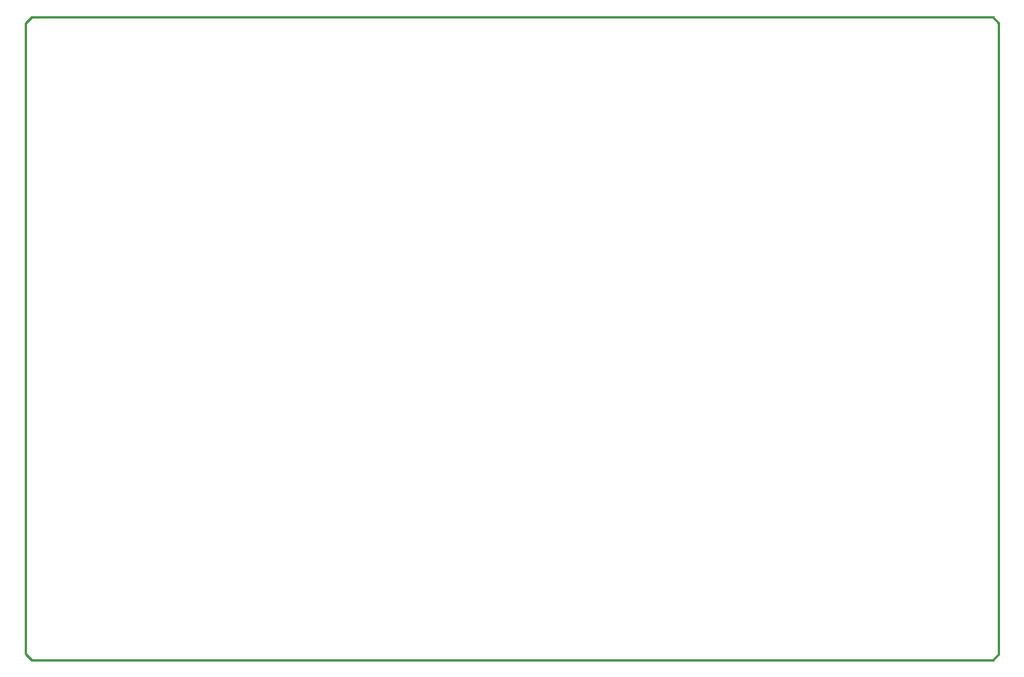
<source format=gko>
G04 Layer_Color=16711935*
%FSAX24Y24*%
%MOIN*%
G70*
G01*
G75*
%ADD19C,0.0100*%
D19*
X012250Y049000D02*
X012500Y049250D01*
X054000Y049250D01*
X054250Y049000D01*
X054250Y021750D02*
X054250Y049000D01*
X054000Y021500D02*
X054250Y021750D01*
X012500Y021500D02*
X054000Y021500D01*
X012250Y021750D02*
X012500Y021500D01*
X012250Y021750D02*
X012250Y049000D01*
M02*

</source>
